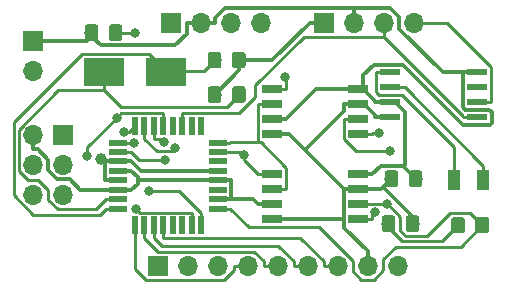
<source format=gtl>
G04 #@! TF.GenerationSoftware,KiCad,Pcbnew,(5.1.4)-1*
G04 #@! TF.CreationDate,2019-10-15T21:25:22-05:00*
G04 #@! TF.ProjectId,BACEE,42414345-452e-46b6-9963-61645f706362,1*
G04 #@! TF.SameCoordinates,Original*
G04 #@! TF.FileFunction,Copper,L1,Top*
G04 #@! TF.FilePolarity,Positive*
%FSLAX46Y46*%
G04 Gerber Fmt 4.6, Leading zero omitted, Abs format (unit mm)*
G04 Created by KiCad (PCBNEW (5.1.4)-1) date 2019-10-15 21:25:22*
%MOMM*%
%LPD*%
G04 APERTURE LIST*
%ADD10R,1.700000X1.700000*%
%ADD11O,1.700000X1.700000*%
%ADD12C,0.100000*%
%ADD13C,1.150000*%
%ADD14R,1.700000X0.650000*%
%ADD15R,1.750000X0.550000*%
%ADD16R,0.550000X1.500000*%
%ADD17R,1.500000X0.550000*%
%ADD18R,1.000000X1.800000*%
%ADD19R,3.500000X2.400000*%
%ADD20C,1.000000*%
%ADD21C,0.800000*%
%ADD22C,0.300000*%
%ADD23C,0.250000*%
G04 APERTURE END LIST*
D10*
X73533000Y-77724000D03*
D11*
X73533000Y-80264000D03*
D12*
G36*
X89249505Y-81597204D02*
G01*
X89273773Y-81600804D01*
X89297572Y-81606765D01*
X89320671Y-81615030D01*
X89342850Y-81625520D01*
X89363893Y-81638132D01*
X89383599Y-81652747D01*
X89401777Y-81669223D01*
X89418253Y-81687401D01*
X89432868Y-81707107D01*
X89445480Y-81728150D01*
X89455970Y-81750329D01*
X89464235Y-81773428D01*
X89470196Y-81797227D01*
X89473796Y-81821495D01*
X89475000Y-81845999D01*
X89475000Y-82746001D01*
X89473796Y-82770505D01*
X89470196Y-82794773D01*
X89464235Y-82818572D01*
X89455970Y-82841671D01*
X89445480Y-82863850D01*
X89432868Y-82884893D01*
X89418253Y-82904599D01*
X89401777Y-82922777D01*
X89383599Y-82939253D01*
X89363893Y-82953868D01*
X89342850Y-82966480D01*
X89320671Y-82976970D01*
X89297572Y-82985235D01*
X89273773Y-82991196D01*
X89249505Y-82994796D01*
X89225001Y-82996000D01*
X88574999Y-82996000D01*
X88550495Y-82994796D01*
X88526227Y-82991196D01*
X88502428Y-82985235D01*
X88479329Y-82976970D01*
X88457150Y-82966480D01*
X88436107Y-82953868D01*
X88416401Y-82939253D01*
X88398223Y-82922777D01*
X88381747Y-82904599D01*
X88367132Y-82884893D01*
X88354520Y-82863850D01*
X88344030Y-82841671D01*
X88335765Y-82818572D01*
X88329804Y-82794773D01*
X88326204Y-82770505D01*
X88325000Y-82746001D01*
X88325000Y-81845999D01*
X88326204Y-81821495D01*
X88329804Y-81797227D01*
X88335765Y-81773428D01*
X88344030Y-81750329D01*
X88354520Y-81728150D01*
X88367132Y-81707107D01*
X88381747Y-81687401D01*
X88398223Y-81669223D01*
X88416401Y-81652747D01*
X88436107Y-81638132D01*
X88457150Y-81625520D01*
X88479329Y-81615030D01*
X88502428Y-81606765D01*
X88526227Y-81600804D01*
X88550495Y-81597204D01*
X88574999Y-81596000D01*
X89225001Y-81596000D01*
X89249505Y-81597204D01*
X89249505Y-81597204D01*
G37*
D13*
X88900000Y-82296000D03*
D12*
G36*
X91299505Y-81597204D02*
G01*
X91323773Y-81600804D01*
X91347572Y-81606765D01*
X91370671Y-81615030D01*
X91392850Y-81625520D01*
X91413893Y-81638132D01*
X91433599Y-81652747D01*
X91451777Y-81669223D01*
X91468253Y-81687401D01*
X91482868Y-81707107D01*
X91495480Y-81728150D01*
X91505970Y-81750329D01*
X91514235Y-81773428D01*
X91520196Y-81797227D01*
X91523796Y-81821495D01*
X91525000Y-81845999D01*
X91525000Y-82746001D01*
X91523796Y-82770505D01*
X91520196Y-82794773D01*
X91514235Y-82818572D01*
X91505970Y-82841671D01*
X91495480Y-82863850D01*
X91482868Y-82884893D01*
X91468253Y-82904599D01*
X91451777Y-82922777D01*
X91433599Y-82939253D01*
X91413893Y-82953868D01*
X91392850Y-82966480D01*
X91370671Y-82976970D01*
X91347572Y-82985235D01*
X91323773Y-82991196D01*
X91299505Y-82994796D01*
X91275001Y-82996000D01*
X90624999Y-82996000D01*
X90600495Y-82994796D01*
X90576227Y-82991196D01*
X90552428Y-82985235D01*
X90529329Y-82976970D01*
X90507150Y-82966480D01*
X90486107Y-82953868D01*
X90466401Y-82939253D01*
X90448223Y-82922777D01*
X90431747Y-82904599D01*
X90417132Y-82884893D01*
X90404520Y-82863850D01*
X90394030Y-82841671D01*
X90385765Y-82818572D01*
X90379804Y-82794773D01*
X90376204Y-82770505D01*
X90375000Y-82746001D01*
X90375000Y-81845999D01*
X90376204Y-81821495D01*
X90379804Y-81797227D01*
X90385765Y-81773428D01*
X90394030Y-81750329D01*
X90404520Y-81728150D01*
X90417132Y-81707107D01*
X90431747Y-81687401D01*
X90448223Y-81669223D01*
X90466401Y-81652747D01*
X90486107Y-81638132D01*
X90507150Y-81625520D01*
X90529329Y-81615030D01*
X90552428Y-81606765D01*
X90576227Y-81600804D01*
X90600495Y-81597204D01*
X90624999Y-81596000D01*
X91275001Y-81596000D01*
X91299505Y-81597204D01*
X91299505Y-81597204D01*
G37*
D13*
X90950000Y-82296000D03*
D12*
G36*
X91299505Y-78676204D02*
G01*
X91323773Y-78679804D01*
X91347572Y-78685765D01*
X91370671Y-78694030D01*
X91392850Y-78704520D01*
X91413893Y-78717132D01*
X91433599Y-78731747D01*
X91451777Y-78748223D01*
X91468253Y-78766401D01*
X91482868Y-78786107D01*
X91495480Y-78807150D01*
X91505970Y-78829329D01*
X91514235Y-78852428D01*
X91520196Y-78876227D01*
X91523796Y-78900495D01*
X91525000Y-78924999D01*
X91525000Y-79825001D01*
X91523796Y-79849505D01*
X91520196Y-79873773D01*
X91514235Y-79897572D01*
X91505970Y-79920671D01*
X91495480Y-79942850D01*
X91482868Y-79963893D01*
X91468253Y-79983599D01*
X91451777Y-80001777D01*
X91433599Y-80018253D01*
X91413893Y-80032868D01*
X91392850Y-80045480D01*
X91370671Y-80055970D01*
X91347572Y-80064235D01*
X91323773Y-80070196D01*
X91299505Y-80073796D01*
X91275001Y-80075000D01*
X90624999Y-80075000D01*
X90600495Y-80073796D01*
X90576227Y-80070196D01*
X90552428Y-80064235D01*
X90529329Y-80055970D01*
X90507150Y-80045480D01*
X90486107Y-80032868D01*
X90466401Y-80018253D01*
X90448223Y-80001777D01*
X90431747Y-79983599D01*
X90417132Y-79963893D01*
X90404520Y-79942850D01*
X90394030Y-79920671D01*
X90385765Y-79897572D01*
X90379804Y-79873773D01*
X90376204Y-79849505D01*
X90375000Y-79825001D01*
X90375000Y-78924999D01*
X90376204Y-78900495D01*
X90379804Y-78876227D01*
X90385765Y-78852428D01*
X90394030Y-78829329D01*
X90404520Y-78807150D01*
X90417132Y-78786107D01*
X90431747Y-78766401D01*
X90448223Y-78748223D01*
X90466401Y-78731747D01*
X90486107Y-78717132D01*
X90507150Y-78704520D01*
X90529329Y-78694030D01*
X90552428Y-78685765D01*
X90576227Y-78679804D01*
X90600495Y-78676204D01*
X90624999Y-78675000D01*
X91275001Y-78675000D01*
X91299505Y-78676204D01*
X91299505Y-78676204D01*
G37*
D13*
X90950000Y-79375000D03*
D12*
G36*
X89249505Y-78676204D02*
G01*
X89273773Y-78679804D01*
X89297572Y-78685765D01*
X89320671Y-78694030D01*
X89342850Y-78704520D01*
X89363893Y-78717132D01*
X89383599Y-78731747D01*
X89401777Y-78748223D01*
X89418253Y-78766401D01*
X89432868Y-78786107D01*
X89445480Y-78807150D01*
X89455970Y-78829329D01*
X89464235Y-78852428D01*
X89470196Y-78876227D01*
X89473796Y-78900495D01*
X89475000Y-78924999D01*
X89475000Y-79825001D01*
X89473796Y-79849505D01*
X89470196Y-79873773D01*
X89464235Y-79897572D01*
X89455970Y-79920671D01*
X89445480Y-79942850D01*
X89432868Y-79963893D01*
X89418253Y-79983599D01*
X89401777Y-80001777D01*
X89383599Y-80018253D01*
X89363893Y-80032868D01*
X89342850Y-80045480D01*
X89320671Y-80055970D01*
X89297572Y-80064235D01*
X89273773Y-80070196D01*
X89249505Y-80073796D01*
X89225001Y-80075000D01*
X88574999Y-80075000D01*
X88550495Y-80073796D01*
X88526227Y-80070196D01*
X88502428Y-80064235D01*
X88479329Y-80055970D01*
X88457150Y-80045480D01*
X88436107Y-80032868D01*
X88416401Y-80018253D01*
X88398223Y-80001777D01*
X88381747Y-79983599D01*
X88367132Y-79963893D01*
X88354520Y-79942850D01*
X88344030Y-79920671D01*
X88335765Y-79897572D01*
X88329804Y-79873773D01*
X88326204Y-79849505D01*
X88325000Y-79825001D01*
X88325000Y-78924999D01*
X88326204Y-78900495D01*
X88329804Y-78876227D01*
X88335765Y-78852428D01*
X88344030Y-78829329D01*
X88354520Y-78807150D01*
X88367132Y-78786107D01*
X88381747Y-78766401D01*
X88398223Y-78748223D01*
X88416401Y-78731747D01*
X88436107Y-78717132D01*
X88457150Y-78704520D01*
X88479329Y-78694030D01*
X88502428Y-78685765D01*
X88526227Y-78679804D01*
X88550495Y-78676204D01*
X88574999Y-78675000D01*
X89225001Y-78675000D01*
X89249505Y-78676204D01*
X89249505Y-78676204D01*
G37*
D13*
X88900000Y-79375000D03*
D12*
G36*
X106267505Y-88709204D02*
G01*
X106291773Y-88712804D01*
X106315572Y-88718765D01*
X106338671Y-88727030D01*
X106360850Y-88737520D01*
X106381893Y-88750132D01*
X106401599Y-88764747D01*
X106419777Y-88781223D01*
X106436253Y-88799401D01*
X106450868Y-88819107D01*
X106463480Y-88840150D01*
X106473970Y-88862329D01*
X106482235Y-88885428D01*
X106488196Y-88909227D01*
X106491796Y-88933495D01*
X106493000Y-88957999D01*
X106493000Y-89858001D01*
X106491796Y-89882505D01*
X106488196Y-89906773D01*
X106482235Y-89930572D01*
X106473970Y-89953671D01*
X106463480Y-89975850D01*
X106450868Y-89996893D01*
X106436253Y-90016599D01*
X106419777Y-90034777D01*
X106401599Y-90051253D01*
X106381893Y-90065868D01*
X106360850Y-90078480D01*
X106338671Y-90088970D01*
X106315572Y-90097235D01*
X106291773Y-90103196D01*
X106267505Y-90106796D01*
X106243001Y-90108000D01*
X105592999Y-90108000D01*
X105568495Y-90106796D01*
X105544227Y-90103196D01*
X105520428Y-90097235D01*
X105497329Y-90088970D01*
X105475150Y-90078480D01*
X105454107Y-90065868D01*
X105434401Y-90051253D01*
X105416223Y-90034777D01*
X105399747Y-90016599D01*
X105385132Y-89996893D01*
X105372520Y-89975850D01*
X105362030Y-89953671D01*
X105353765Y-89930572D01*
X105347804Y-89906773D01*
X105344204Y-89882505D01*
X105343000Y-89858001D01*
X105343000Y-88957999D01*
X105344204Y-88933495D01*
X105347804Y-88909227D01*
X105353765Y-88885428D01*
X105362030Y-88862329D01*
X105372520Y-88840150D01*
X105385132Y-88819107D01*
X105399747Y-88799401D01*
X105416223Y-88781223D01*
X105434401Y-88764747D01*
X105454107Y-88750132D01*
X105475150Y-88737520D01*
X105497329Y-88727030D01*
X105520428Y-88718765D01*
X105544227Y-88712804D01*
X105568495Y-88709204D01*
X105592999Y-88708000D01*
X106243001Y-88708000D01*
X106267505Y-88709204D01*
X106267505Y-88709204D01*
G37*
D13*
X105918000Y-89408000D03*
D12*
G36*
X104217505Y-88709204D02*
G01*
X104241773Y-88712804D01*
X104265572Y-88718765D01*
X104288671Y-88727030D01*
X104310850Y-88737520D01*
X104331893Y-88750132D01*
X104351599Y-88764747D01*
X104369777Y-88781223D01*
X104386253Y-88799401D01*
X104400868Y-88819107D01*
X104413480Y-88840150D01*
X104423970Y-88862329D01*
X104432235Y-88885428D01*
X104438196Y-88909227D01*
X104441796Y-88933495D01*
X104443000Y-88957999D01*
X104443000Y-89858001D01*
X104441796Y-89882505D01*
X104438196Y-89906773D01*
X104432235Y-89930572D01*
X104423970Y-89953671D01*
X104413480Y-89975850D01*
X104400868Y-89996893D01*
X104386253Y-90016599D01*
X104369777Y-90034777D01*
X104351599Y-90051253D01*
X104331893Y-90065868D01*
X104310850Y-90078480D01*
X104288671Y-90088970D01*
X104265572Y-90097235D01*
X104241773Y-90103196D01*
X104217505Y-90106796D01*
X104193001Y-90108000D01*
X103542999Y-90108000D01*
X103518495Y-90106796D01*
X103494227Y-90103196D01*
X103470428Y-90097235D01*
X103447329Y-90088970D01*
X103425150Y-90078480D01*
X103404107Y-90065868D01*
X103384401Y-90051253D01*
X103366223Y-90034777D01*
X103349747Y-90016599D01*
X103335132Y-89996893D01*
X103322520Y-89975850D01*
X103312030Y-89953671D01*
X103303765Y-89930572D01*
X103297804Y-89906773D01*
X103294204Y-89882505D01*
X103293000Y-89858001D01*
X103293000Y-88957999D01*
X103294204Y-88933495D01*
X103297804Y-88909227D01*
X103303765Y-88885428D01*
X103312030Y-88862329D01*
X103322520Y-88840150D01*
X103335132Y-88819107D01*
X103349747Y-88799401D01*
X103366223Y-88781223D01*
X103384401Y-88764747D01*
X103404107Y-88750132D01*
X103425150Y-88737520D01*
X103447329Y-88727030D01*
X103470428Y-88718765D01*
X103494227Y-88712804D01*
X103518495Y-88709204D01*
X103542999Y-88708000D01*
X104193001Y-88708000D01*
X104217505Y-88709204D01*
X104217505Y-88709204D01*
G37*
D13*
X103868000Y-89408000D03*
D12*
G36*
X109857505Y-92646204D02*
G01*
X109881773Y-92649804D01*
X109905572Y-92655765D01*
X109928671Y-92664030D01*
X109950850Y-92674520D01*
X109971893Y-92687132D01*
X109991599Y-92701747D01*
X110009777Y-92718223D01*
X110026253Y-92736401D01*
X110040868Y-92756107D01*
X110053480Y-92777150D01*
X110063970Y-92799329D01*
X110072235Y-92822428D01*
X110078196Y-92846227D01*
X110081796Y-92870495D01*
X110083000Y-92894999D01*
X110083000Y-93795001D01*
X110081796Y-93819505D01*
X110078196Y-93843773D01*
X110072235Y-93867572D01*
X110063970Y-93890671D01*
X110053480Y-93912850D01*
X110040868Y-93933893D01*
X110026253Y-93953599D01*
X110009777Y-93971777D01*
X109991599Y-93988253D01*
X109971893Y-94002868D01*
X109950850Y-94015480D01*
X109928671Y-94025970D01*
X109905572Y-94034235D01*
X109881773Y-94040196D01*
X109857505Y-94043796D01*
X109833001Y-94045000D01*
X109182999Y-94045000D01*
X109158495Y-94043796D01*
X109134227Y-94040196D01*
X109110428Y-94034235D01*
X109087329Y-94025970D01*
X109065150Y-94015480D01*
X109044107Y-94002868D01*
X109024401Y-93988253D01*
X109006223Y-93971777D01*
X108989747Y-93953599D01*
X108975132Y-93933893D01*
X108962520Y-93912850D01*
X108952030Y-93890671D01*
X108943765Y-93867572D01*
X108937804Y-93843773D01*
X108934204Y-93819505D01*
X108933000Y-93795001D01*
X108933000Y-92894999D01*
X108934204Y-92870495D01*
X108937804Y-92846227D01*
X108943765Y-92822428D01*
X108952030Y-92799329D01*
X108962520Y-92777150D01*
X108975132Y-92756107D01*
X108989747Y-92736401D01*
X109006223Y-92718223D01*
X109024401Y-92701747D01*
X109044107Y-92687132D01*
X109065150Y-92674520D01*
X109087329Y-92664030D01*
X109110428Y-92655765D01*
X109134227Y-92649804D01*
X109158495Y-92646204D01*
X109182999Y-92645000D01*
X109833001Y-92645000D01*
X109857505Y-92646204D01*
X109857505Y-92646204D01*
G37*
D13*
X109508000Y-93345000D03*
D12*
G36*
X111907505Y-92646204D02*
G01*
X111931773Y-92649804D01*
X111955572Y-92655765D01*
X111978671Y-92664030D01*
X112000850Y-92674520D01*
X112021893Y-92687132D01*
X112041599Y-92701747D01*
X112059777Y-92718223D01*
X112076253Y-92736401D01*
X112090868Y-92756107D01*
X112103480Y-92777150D01*
X112113970Y-92799329D01*
X112122235Y-92822428D01*
X112128196Y-92846227D01*
X112131796Y-92870495D01*
X112133000Y-92894999D01*
X112133000Y-93795001D01*
X112131796Y-93819505D01*
X112128196Y-93843773D01*
X112122235Y-93867572D01*
X112113970Y-93890671D01*
X112103480Y-93912850D01*
X112090868Y-93933893D01*
X112076253Y-93953599D01*
X112059777Y-93971777D01*
X112041599Y-93988253D01*
X112021893Y-94002868D01*
X112000850Y-94015480D01*
X111978671Y-94025970D01*
X111955572Y-94034235D01*
X111931773Y-94040196D01*
X111907505Y-94043796D01*
X111883001Y-94045000D01*
X111232999Y-94045000D01*
X111208495Y-94043796D01*
X111184227Y-94040196D01*
X111160428Y-94034235D01*
X111137329Y-94025970D01*
X111115150Y-94015480D01*
X111094107Y-94002868D01*
X111074401Y-93988253D01*
X111056223Y-93971777D01*
X111039747Y-93953599D01*
X111025132Y-93933893D01*
X111012520Y-93912850D01*
X111002030Y-93890671D01*
X110993765Y-93867572D01*
X110987804Y-93843773D01*
X110984204Y-93819505D01*
X110983000Y-93795001D01*
X110983000Y-92894999D01*
X110984204Y-92870495D01*
X110987804Y-92846227D01*
X110993765Y-92822428D01*
X111002030Y-92799329D01*
X111012520Y-92777150D01*
X111025132Y-92756107D01*
X111039747Y-92736401D01*
X111056223Y-92718223D01*
X111074401Y-92701747D01*
X111094107Y-92687132D01*
X111115150Y-92674520D01*
X111137329Y-92664030D01*
X111160428Y-92655765D01*
X111184227Y-92649804D01*
X111208495Y-92646204D01*
X111232999Y-92645000D01*
X111883001Y-92645000D01*
X111907505Y-92646204D01*
X111907505Y-92646204D01*
G37*
D13*
X111558000Y-93345000D03*
D10*
X84074000Y-96774000D03*
D11*
X86614000Y-96774000D03*
X89154000Y-96774000D03*
X91694000Y-96774000D03*
X94234000Y-96774000D03*
X96774000Y-96774000D03*
X99314000Y-96774000D03*
X101854000Y-96774000D03*
X104394000Y-96774000D03*
D10*
X85217000Y-76200000D03*
D11*
X87757000Y-76200000D03*
X90297000Y-76200000D03*
X92837000Y-76200000D03*
D10*
X76073000Y-85725000D03*
D11*
X73533000Y-85725000D03*
X76073000Y-88265000D03*
X73533000Y-88265000D03*
X76073000Y-90805000D03*
X73533000Y-90805000D03*
X105791000Y-76200000D03*
X103251000Y-76200000D03*
X100711000Y-76200000D03*
D10*
X98171000Y-76200000D03*
D12*
G36*
X106013505Y-92519204D02*
G01*
X106037773Y-92522804D01*
X106061572Y-92528765D01*
X106084671Y-92537030D01*
X106106850Y-92547520D01*
X106127893Y-92560132D01*
X106147599Y-92574747D01*
X106165777Y-92591223D01*
X106182253Y-92609401D01*
X106196868Y-92629107D01*
X106209480Y-92650150D01*
X106219970Y-92672329D01*
X106228235Y-92695428D01*
X106234196Y-92719227D01*
X106237796Y-92743495D01*
X106239000Y-92767999D01*
X106239000Y-93668001D01*
X106237796Y-93692505D01*
X106234196Y-93716773D01*
X106228235Y-93740572D01*
X106219970Y-93763671D01*
X106209480Y-93785850D01*
X106196868Y-93806893D01*
X106182253Y-93826599D01*
X106165777Y-93844777D01*
X106147599Y-93861253D01*
X106127893Y-93875868D01*
X106106850Y-93888480D01*
X106084671Y-93898970D01*
X106061572Y-93907235D01*
X106037773Y-93913196D01*
X106013505Y-93916796D01*
X105989001Y-93918000D01*
X105338999Y-93918000D01*
X105314495Y-93916796D01*
X105290227Y-93913196D01*
X105266428Y-93907235D01*
X105243329Y-93898970D01*
X105221150Y-93888480D01*
X105200107Y-93875868D01*
X105180401Y-93861253D01*
X105162223Y-93844777D01*
X105145747Y-93826599D01*
X105131132Y-93806893D01*
X105118520Y-93785850D01*
X105108030Y-93763671D01*
X105099765Y-93740572D01*
X105093804Y-93716773D01*
X105090204Y-93692505D01*
X105089000Y-93668001D01*
X105089000Y-92767999D01*
X105090204Y-92743495D01*
X105093804Y-92719227D01*
X105099765Y-92695428D01*
X105108030Y-92672329D01*
X105118520Y-92650150D01*
X105131132Y-92629107D01*
X105145747Y-92609401D01*
X105162223Y-92591223D01*
X105180401Y-92574747D01*
X105200107Y-92560132D01*
X105221150Y-92547520D01*
X105243329Y-92537030D01*
X105266428Y-92528765D01*
X105290227Y-92522804D01*
X105314495Y-92519204D01*
X105338999Y-92518000D01*
X105989001Y-92518000D01*
X106013505Y-92519204D01*
X106013505Y-92519204D01*
G37*
D13*
X105664000Y-93218000D03*
D12*
G36*
X103963505Y-92519204D02*
G01*
X103987773Y-92522804D01*
X104011572Y-92528765D01*
X104034671Y-92537030D01*
X104056850Y-92547520D01*
X104077893Y-92560132D01*
X104097599Y-92574747D01*
X104115777Y-92591223D01*
X104132253Y-92609401D01*
X104146868Y-92629107D01*
X104159480Y-92650150D01*
X104169970Y-92672329D01*
X104178235Y-92695428D01*
X104184196Y-92719227D01*
X104187796Y-92743495D01*
X104189000Y-92767999D01*
X104189000Y-93668001D01*
X104187796Y-93692505D01*
X104184196Y-93716773D01*
X104178235Y-93740572D01*
X104169970Y-93763671D01*
X104159480Y-93785850D01*
X104146868Y-93806893D01*
X104132253Y-93826599D01*
X104115777Y-93844777D01*
X104097599Y-93861253D01*
X104077893Y-93875868D01*
X104056850Y-93888480D01*
X104034671Y-93898970D01*
X104011572Y-93907235D01*
X103987773Y-93913196D01*
X103963505Y-93916796D01*
X103939001Y-93918000D01*
X103288999Y-93918000D01*
X103264495Y-93916796D01*
X103240227Y-93913196D01*
X103216428Y-93907235D01*
X103193329Y-93898970D01*
X103171150Y-93888480D01*
X103150107Y-93875868D01*
X103130401Y-93861253D01*
X103112223Y-93844777D01*
X103095747Y-93826599D01*
X103081132Y-93806893D01*
X103068520Y-93785850D01*
X103058030Y-93763671D01*
X103049765Y-93740572D01*
X103043804Y-93716773D01*
X103040204Y-93692505D01*
X103039000Y-93668001D01*
X103039000Y-92767999D01*
X103040204Y-92743495D01*
X103043804Y-92719227D01*
X103049765Y-92695428D01*
X103058030Y-92672329D01*
X103068520Y-92650150D01*
X103081132Y-92629107D01*
X103095747Y-92609401D01*
X103112223Y-92591223D01*
X103130401Y-92574747D01*
X103150107Y-92560132D01*
X103171150Y-92547520D01*
X103193329Y-92537030D01*
X103216428Y-92528765D01*
X103240227Y-92522804D01*
X103264495Y-92519204D01*
X103288999Y-92518000D01*
X103939001Y-92518000D01*
X103963505Y-92519204D01*
X103963505Y-92519204D01*
G37*
D13*
X103614000Y-93218000D03*
D12*
G36*
X80876505Y-76351204D02*
G01*
X80900773Y-76354804D01*
X80924572Y-76360765D01*
X80947671Y-76369030D01*
X80969850Y-76379520D01*
X80990893Y-76392132D01*
X81010599Y-76406747D01*
X81028777Y-76423223D01*
X81045253Y-76441401D01*
X81059868Y-76461107D01*
X81072480Y-76482150D01*
X81082970Y-76504329D01*
X81091235Y-76527428D01*
X81097196Y-76551227D01*
X81100796Y-76575495D01*
X81102000Y-76599999D01*
X81102000Y-77500001D01*
X81100796Y-77524505D01*
X81097196Y-77548773D01*
X81091235Y-77572572D01*
X81082970Y-77595671D01*
X81072480Y-77617850D01*
X81059868Y-77638893D01*
X81045253Y-77658599D01*
X81028777Y-77676777D01*
X81010599Y-77693253D01*
X80990893Y-77707868D01*
X80969850Y-77720480D01*
X80947671Y-77730970D01*
X80924572Y-77739235D01*
X80900773Y-77745196D01*
X80876505Y-77748796D01*
X80852001Y-77750000D01*
X80201999Y-77750000D01*
X80177495Y-77748796D01*
X80153227Y-77745196D01*
X80129428Y-77739235D01*
X80106329Y-77730970D01*
X80084150Y-77720480D01*
X80063107Y-77707868D01*
X80043401Y-77693253D01*
X80025223Y-77676777D01*
X80008747Y-77658599D01*
X79994132Y-77638893D01*
X79981520Y-77617850D01*
X79971030Y-77595671D01*
X79962765Y-77572572D01*
X79956804Y-77548773D01*
X79953204Y-77524505D01*
X79952000Y-77500001D01*
X79952000Y-76599999D01*
X79953204Y-76575495D01*
X79956804Y-76551227D01*
X79962765Y-76527428D01*
X79971030Y-76504329D01*
X79981520Y-76482150D01*
X79994132Y-76461107D01*
X80008747Y-76441401D01*
X80025223Y-76423223D01*
X80043401Y-76406747D01*
X80063107Y-76392132D01*
X80084150Y-76379520D01*
X80106329Y-76369030D01*
X80129428Y-76360765D01*
X80153227Y-76354804D01*
X80177495Y-76351204D01*
X80201999Y-76350000D01*
X80852001Y-76350000D01*
X80876505Y-76351204D01*
X80876505Y-76351204D01*
G37*
D13*
X80527000Y-77050000D03*
D12*
G36*
X78826505Y-76351204D02*
G01*
X78850773Y-76354804D01*
X78874572Y-76360765D01*
X78897671Y-76369030D01*
X78919850Y-76379520D01*
X78940893Y-76392132D01*
X78960599Y-76406747D01*
X78978777Y-76423223D01*
X78995253Y-76441401D01*
X79009868Y-76461107D01*
X79022480Y-76482150D01*
X79032970Y-76504329D01*
X79041235Y-76527428D01*
X79047196Y-76551227D01*
X79050796Y-76575495D01*
X79052000Y-76599999D01*
X79052000Y-77500001D01*
X79050796Y-77524505D01*
X79047196Y-77548773D01*
X79041235Y-77572572D01*
X79032970Y-77595671D01*
X79022480Y-77617850D01*
X79009868Y-77638893D01*
X78995253Y-77658599D01*
X78978777Y-77676777D01*
X78960599Y-77693253D01*
X78940893Y-77707868D01*
X78919850Y-77720480D01*
X78897671Y-77730970D01*
X78874572Y-77739235D01*
X78850773Y-77745196D01*
X78826505Y-77748796D01*
X78802001Y-77750000D01*
X78151999Y-77750000D01*
X78127495Y-77748796D01*
X78103227Y-77745196D01*
X78079428Y-77739235D01*
X78056329Y-77730970D01*
X78034150Y-77720480D01*
X78013107Y-77707868D01*
X77993401Y-77693253D01*
X77975223Y-77676777D01*
X77958747Y-77658599D01*
X77944132Y-77638893D01*
X77931520Y-77617850D01*
X77921030Y-77595671D01*
X77912765Y-77572572D01*
X77906804Y-77548773D01*
X77903204Y-77524505D01*
X77902000Y-77500001D01*
X77902000Y-76599999D01*
X77903204Y-76575495D01*
X77906804Y-76551227D01*
X77912765Y-76527428D01*
X77921030Y-76504329D01*
X77931520Y-76482150D01*
X77944132Y-76461107D01*
X77958747Y-76441401D01*
X77975223Y-76423223D01*
X77993401Y-76406747D01*
X78013107Y-76392132D01*
X78034150Y-76379520D01*
X78056329Y-76369030D01*
X78079428Y-76360765D01*
X78103227Y-76354804D01*
X78127495Y-76351204D01*
X78151999Y-76350000D01*
X78802001Y-76350000D01*
X78826505Y-76351204D01*
X78826505Y-76351204D01*
G37*
D13*
X78477000Y-77050000D03*
D14*
X93759000Y-89027000D03*
X93759000Y-90297000D03*
X93759000Y-91567000D03*
X93759000Y-92837000D03*
X101059000Y-92837000D03*
X101059000Y-91567000D03*
X101059000Y-90297000D03*
X101059000Y-89027000D03*
X101059000Y-81788000D03*
X101059000Y-83058000D03*
X101059000Y-84328000D03*
X101059000Y-85598000D03*
X93759000Y-85598000D03*
X93759000Y-84328000D03*
X93759000Y-83058000D03*
X93759000Y-81788000D03*
D15*
X103742000Y-80391000D03*
X103742000Y-81661000D03*
X103742000Y-82931000D03*
X103742000Y-84201000D03*
X111142000Y-84201000D03*
X111142000Y-82931000D03*
X111142000Y-81661000D03*
X111142000Y-80391000D03*
D16*
X82163000Y-93354000D03*
D17*
X80763000Y-86354000D03*
X80763000Y-87154000D03*
X80763000Y-87954000D03*
X80763000Y-88754000D03*
X80763000Y-89554000D03*
X80763000Y-90354000D03*
X80763000Y-91154000D03*
X80763000Y-91954000D03*
D16*
X82963000Y-93354000D03*
X83763000Y-93354000D03*
X84563000Y-93354000D03*
X85363000Y-93354000D03*
X86163000Y-93354000D03*
X86963000Y-93354000D03*
X87763000Y-93354000D03*
D17*
X89163000Y-91954000D03*
X89163000Y-91154000D03*
X89163000Y-90354000D03*
X89163000Y-89554000D03*
X89163000Y-88754000D03*
X89163000Y-87954000D03*
X89163000Y-87154000D03*
X89163000Y-86354000D03*
D16*
X87763000Y-84954000D03*
X86963000Y-84954000D03*
X86163000Y-84954000D03*
X85363000Y-84954000D03*
X84563000Y-84954000D03*
X83763000Y-84954000D03*
X82963000Y-84954000D03*
X82163000Y-84954000D03*
D18*
X109133000Y-89535000D03*
X111633000Y-89535000D03*
D19*
X79569000Y-80391000D03*
X84769000Y-80391000D03*
D20*
X79287300Y-87719800D03*
D21*
X103745700Y-87035200D03*
X103466100Y-91535700D03*
X81212300Y-85450300D03*
X82115300Y-86354000D03*
X84666500Y-87829800D03*
X84616800Y-86317000D03*
X85527400Y-86847500D03*
X83374000Y-90427100D03*
X82222000Y-91945600D03*
X78107900Y-87524000D03*
X82148800Y-77050000D03*
X80605000Y-84260200D03*
X102513100Y-92272700D03*
X102813500Y-85506300D03*
X94900100Y-80824800D03*
X91411000Y-87440300D03*
D22*
X101471700Y-81788000D02*
X101059000Y-81788000D01*
X102516700Y-82931000D02*
X102516700Y-82833000D01*
X102516700Y-82833000D02*
X101471700Y-81788000D01*
X109916500Y-80391000D02*
X109916500Y-83350900D01*
X109916500Y-83350900D02*
X110122000Y-83556400D01*
X110122000Y-83556400D02*
X112168600Y-83556400D01*
X112168600Y-83556400D02*
X112367400Y-83755200D01*
X112367400Y-83755200D02*
X112367400Y-84692500D01*
X112367400Y-84692500D02*
X112182900Y-84877000D01*
X112182900Y-84877000D02*
X109932900Y-84877000D01*
X109932900Y-84877000D02*
X104810000Y-79754100D01*
X104810000Y-79754100D02*
X102383400Y-79754100D01*
X102383400Y-79754100D02*
X101471700Y-80665800D01*
X101471700Y-80665800D02*
X101471700Y-81788000D01*
X109916500Y-80391000D02*
X108209100Y-80391000D01*
X108209100Y-80391000D02*
X104521000Y-76702900D01*
X104521000Y-76702900D02*
X104521000Y-75762900D01*
X104521000Y-75762900D02*
X103757800Y-74999700D01*
X103757800Y-74999700D02*
X100711000Y-74999700D01*
X110041800Y-80391000D02*
X109916500Y-80391000D01*
X111142000Y-80391000D02*
X110041800Y-80391000D01*
X100711000Y-75601800D02*
X100711000Y-76200000D01*
X100711000Y-75601800D02*
X100711000Y-74999700D01*
X103742000Y-82931000D02*
X102516700Y-82931000D01*
X104915300Y-88314200D02*
X105006300Y-88223200D01*
X105006300Y-88223200D02*
X105006300Y-83767400D01*
X105006300Y-83767400D02*
X104169900Y-82931000D01*
X104169900Y-82931000D02*
X103742000Y-82931000D01*
X94959300Y-84328000D02*
X97499300Y-81788000D01*
X97499300Y-81788000D02*
X99858700Y-81788000D01*
X101059000Y-81788000D02*
X99858700Y-81788000D01*
X73533000Y-85725000D02*
X73533000Y-86925300D01*
X80763000Y-90354000D02*
X77539600Y-90354000D01*
X77539600Y-90354000D02*
X76651000Y-89465400D01*
X76651000Y-89465400D02*
X75559900Y-89465400D01*
X75559900Y-89465400D02*
X74803000Y-88708500D01*
X74803000Y-88708500D02*
X74803000Y-87822300D01*
X74803000Y-87822300D02*
X73906000Y-86925300D01*
X73906000Y-86925300D02*
X73533000Y-86925300D01*
X81313200Y-90354000D02*
X80763000Y-90354000D01*
X81313200Y-90354000D02*
X81863300Y-90354000D01*
X82388400Y-89554000D02*
X82388400Y-89828900D01*
X82388400Y-89828900D02*
X81863300Y-90354000D01*
X81863300Y-88754000D02*
X82388400Y-89279100D01*
X82388400Y-89279100D02*
X82388400Y-89554000D01*
X82388400Y-89554000D02*
X88062700Y-89554000D01*
X80763000Y-88754000D02*
X81863300Y-88754000D01*
X88957300Y-76200000D02*
X88957300Y-75826900D01*
X88957300Y-75826900D02*
X89784500Y-74999700D01*
X89784500Y-74999700D02*
X100711000Y-74999700D01*
X87757000Y-76200000D02*
X88957300Y-76200000D01*
X87757000Y-76200000D02*
X86556700Y-76200000D01*
X78477000Y-77326600D02*
X79264800Y-78114400D01*
X79264800Y-78114400D02*
X85579000Y-78114400D01*
X85579000Y-78114400D02*
X86556700Y-77136700D01*
X86556700Y-77136700D02*
X86556700Y-76200000D01*
X78477000Y-77326600D02*
X78079600Y-77724000D01*
X78079600Y-77724000D02*
X74733300Y-77724000D01*
X78477000Y-77050000D02*
X78477000Y-77326600D01*
X101059000Y-89027000D02*
X102259300Y-89027000D01*
X89163000Y-89554000D02*
X88062700Y-89554000D01*
X104915300Y-88314200D02*
X104915300Y-88405300D01*
X104915300Y-88405300D02*
X105918000Y-89408000D01*
X104915300Y-88314200D02*
X102972100Y-88314200D01*
X102972100Y-88314200D02*
X102259300Y-89027000D01*
X93759000Y-91567000D02*
X92558700Y-91567000D01*
X90263300Y-91154000D02*
X92145700Y-91154000D01*
X92145700Y-91154000D02*
X92558700Y-91567000D01*
X90138200Y-91154000D02*
X90263300Y-91154000D01*
X89163000Y-91154000D02*
X90138200Y-91154000D01*
X89163000Y-89554000D02*
X90263300Y-89554000D01*
X90263300Y-89554000D02*
X90263300Y-91154000D01*
X73533000Y-77724000D02*
X74733300Y-77724000D01*
X93759000Y-84328000D02*
X94959300Y-84328000D01*
X99858700Y-92837000D02*
X99858700Y-90297000D01*
X101854000Y-95573700D02*
X99858700Y-93578400D01*
X99858700Y-93578400D02*
X99858700Y-92837000D01*
X99858700Y-92837000D02*
X94959300Y-92837000D01*
X93759000Y-92837000D02*
X94959300Y-92837000D01*
X101854000Y-96774000D02*
X101854000Y-95573700D01*
X101059000Y-83058000D02*
X99858700Y-83058000D01*
X96547400Y-86985600D02*
X99858700Y-90297000D01*
X94959300Y-85598000D02*
X95159700Y-85598000D01*
X95159700Y-85598000D02*
X96547400Y-86985600D01*
X99858700Y-83058000D02*
X99858700Y-83674300D01*
X99858700Y-83674300D02*
X96547400Y-86985600D01*
X101059000Y-90297000D02*
X99858700Y-90297000D01*
X102516700Y-84201000D02*
X102516700Y-84044600D01*
X102516700Y-84044600D02*
X101530100Y-83058000D01*
X101530100Y-83058000D02*
X101059000Y-83058000D01*
X93759000Y-85598000D02*
X94959300Y-85598000D01*
X81863300Y-87954000D02*
X82663300Y-88754000D01*
X82663300Y-88754000D02*
X89163000Y-88754000D01*
X80763000Y-87954000D02*
X81863300Y-87954000D01*
X79662700Y-87954000D02*
X80763000Y-87954000D01*
X79662700Y-87954000D02*
X79521500Y-87954000D01*
X79521500Y-87954000D02*
X79287300Y-87719800D01*
X79662700Y-87954000D02*
X79662700Y-89554000D01*
X80763000Y-89554000D02*
X79662700Y-89554000D01*
X103133800Y-90142200D02*
X103868000Y-89408000D01*
X101059000Y-90297000D02*
X102979000Y-90297000D01*
X102979000Y-90297000D02*
X103133800Y-90142200D01*
X105664000Y-93218000D02*
X105664000Y-92672500D01*
X105664000Y-92672500D02*
X103133800Y-90142200D01*
X103742000Y-84201000D02*
X102516700Y-84201000D01*
X90950000Y-79375000D02*
X93795700Y-79375000D01*
X93795700Y-79375000D02*
X96970700Y-76200000D01*
X98171000Y-76200000D02*
X96970700Y-76200000D01*
X90950000Y-79375000D02*
X90950000Y-80246000D01*
X90950000Y-80246000D02*
X88900000Y-82296000D01*
D23*
X79569000Y-81916300D02*
X75679400Y-81916300D01*
X75679400Y-81916300D02*
X72329000Y-85266700D01*
X72329000Y-85266700D02*
X72329000Y-88746800D01*
X72329000Y-88746800D02*
X73117200Y-89535000D01*
X73117200Y-89535000D02*
X73925300Y-89535000D01*
X73925300Y-89535000D02*
X74803000Y-90412700D01*
X74803000Y-90412700D02*
X74803000Y-91215600D01*
X74803000Y-91215600D02*
X75605700Y-92018300D01*
X75605700Y-92018300D02*
X78823400Y-92018300D01*
X78823400Y-92018300D02*
X79687700Y-91154000D01*
X79569000Y-81916300D02*
X80975900Y-83323200D01*
X80975900Y-83323200D02*
X89922800Y-83323200D01*
X89922800Y-83323200D02*
X90950000Y-82296000D01*
X80763000Y-91154000D02*
X79687700Y-91154000D01*
X79569000Y-80391000D02*
X79569000Y-81916300D01*
X84769000Y-80265400D02*
X83369200Y-78865600D01*
X83369200Y-78865600D02*
X77643600Y-78865600D01*
X77643600Y-78865600D02*
X71875300Y-84633900D01*
X71875300Y-84633900D02*
X71875300Y-90821000D01*
X71875300Y-90821000D02*
X73538600Y-92484300D01*
X73538600Y-92484300D02*
X79157400Y-92484300D01*
X79157400Y-92484300D02*
X79687700Y-91954000D01*
X88900000Y-79375000D02*
X88009600Y-80265400D01*
X88009600Y-80265400D02*
X84769000Y-80265400D01*
X80763000Y-91954000D02*
X79687700Y-91954000D01*
X84769000Y-80391000D02*
X84769000Y-80265400D01*
X103614000Y-93218000D02*
X103614000Y-93536400D01*
X103614000Y-93536400D02*
X104796900Y-94719300D01*
X104796900Y-94719300D02*
X108133700Y-94719300D01*
X108133700Y-94719300D02*
X109508000Y-93345000D01*
X89163000Y-91954000D02*
X90238300Y-91954000D01*
X90238300Y-91954000D02*
X91782000Y-93497700D01*
X91782000Y-93497700D02*
X97701900Y-93497700D01*
X97701900Y-93497700D02*
X100584000Y-96379800D01*
X100584000Y-96379800D02*
X100584000Y-97243600D01*
X100584000Y-97243600D02*
X101302700Y-97962300D01*
X101302700Y-97962300D02*
X102360200Y-97962300D01*
X102360200Y-97962300D02*
X103163200Y-97159300D01*
X103163200Y-97159300D02*
X103163200Y-96243400D01*
X103163200Y-96243400D02*
X104236900Y-95169700D01*
X104236900Y-95169700D02*
X109733300Y-95169700D01*
X109733300Y-95169700D02*
X111558000Y-93345000D01*
X111142000Y-82931000D02*
X112342300Y-82931000D01*
X105791000Y-76200000D02*
X108562000Y-76200000D01*
X108562000Y-76200000D02*
X112342300Y-79980300D01*
X112342300Y-79980300D02*
X112342300Y-82931000D01*
X101059000Y-84328000D02*
X99883700Y-84328000D01*
X103745700Y-87035200D02*
X100843800Y-87035200D01*
X100843800Y-87035200D02*
X99883700Y-86075100D01*
X99883700Y-86075100D02*
X99883700Y-84328000D01*
X111558000Y-93345000D02*
X110500200Y-92287200D01*
X110500200Y-92287200D02*
X108837100Y-92287200D01*
X108837100Y-92287200D02*
X106855300Y-94269000D01*
X106855300Y-94269000D02*
X105063000Y-94269000D01*
X105063000Y-94269000D02*
X104639000Y-93845000D01*
X104639000Y-93845000D02*
X104639000Y-92620900D01*
X104639000Y-92620900D02*
X103553800Y-91535700D01*
X103553800Y-91535700D02*
X103466100Y-91535700D01*
X103466100Y-91535700D02*
X101090300Y-91535700D01*
X101090300Y-91535700D02*
X101059000Y-91567000D01*
X82163000Y-84954000D02*
X81666700Y-85450300D01*
X81666700Y-85450300D02*
X81212300Y-85450300D01*
X81838300Y-86354000D02*
X82115300Y-86354000D01*
X80763000Y-86354000D02*
X81838300Y-86354000D01*
X80763000Y-87154000D02*
X81838300Y-87154000D01*
X81838300Y-87154000D02*
X82514100Y-87829800D01*
X82514100Y-87829800D02*
X84666500Y-87829800D01*
X91694000Y-96774000D02*
X90518700Y-96774000D01*
X82163000Y-93354000D02*
X82163000Y-97062800D01*
X82163000Y-97062800D02*
X83049500Y-97949300D01*
X83049500Y-97949300D02*
X89710800Y-97949300D01*
X89710800Y-97949300D02*
X90518700Y-97141400D01*
X90518700Y-97141400D02*
X90518700Y-96774000D01*
X94234000Y-96774000D02*
X93058700Y-96774000D01*
X82963000Y-93354000D02*
X82963000Y-94429300D01*
X82963000Y-94429300D02*
X84132400Y-95598700D01*
X84132400Y-95598700D02*
X92250800Y-95598700D01*
X92250800Y-95598700D02*
X93058700Y-96406600D01*
X93058700Y-96406600D02*
X93058700Y-96774000D01*
X96774000Y-96774000D02*
X95598700Y-96774000D01*
X83763000Y-93354000D02*
X83763000Y-94429300D01*
X83763000Y-94429300D02*
X84413500Y-95079800D01*
X84413500Y-95079800D02*
X94271800Y-95079800D01*
X94271800Y-95079800D02*
X95598700Y-96406700D01*
X95598700Y-96406700D02*
X95598700Y-96774000D01*
X84563000Y-94429300D02*
X96161300Y-94429300D01*
X96161300Y-94429300D02*
X98138700Y-96406700D01*
X98138700Y-96406700D02*
X98138700Y-96774000D01*
X99314000Y-96774000D02*
X98138700Y-96774000D01*
X84563000Y-93354000D02*
X84563000Y-94429300D01*
X83763000Y-86029300D02*
X84329100Y-86029300D01*
X84329100Y-86029300D02*
X84616800Y-86317000D01*
X83763000Y-84954000D02*
X83763000Y-86029300D01*
X82963000Y-84954000D02*
X82963000Y-86029300D01*
X82963000Y-86029300D02*
X84025600Y-87091900D01*
X84025600Y-87091900D02*
X85283000Y-87091900D01*
X85283000Y-87091900D02*
X85527400Y-86847500D01*
X87763000Y-93354000D02*
X87763000Y-92278700D01*
X87763000Y-92278700D02*
X85911400Y-90427100D01*
X85911400Y-90427100D02*
X83374000Y-90427100D01*
X86963000Y-92278700D02*
X82555100Y-92278700D01*
X82555100Y-92278700D02*
X82222000Y-91945600D01*
X86963000Y-93354000D02*
X86963000Y-92278700D01*
X80605000Y-84260200D02*
X78107900Y-86757300D01*
X78107900Y-86757300D02*
X78107900Y-87524000D01*
X84563000Y-83878700D02*
X80986500Y-83878700D01*
X80986500Y-83878700D02*
X80605000Y-84260200D01*
X82148800Y-77050000D02*
X80527000Y-77050000D01*
X84563000Y-84954000D02*
X84563000Y-83878700D01*
X86163000Y-84954000D02*
X86163000Y-83878700D01*
X86163000Y-83878700D02*
X90965800Y-83878700D01*
X90965800Y-83878700D02*
X92350900Y-82493600D01*
X92350900Y-82493600D02*
X92350900Y-81492100D01*
X92350900Y-81492100D02*
X96467700Y-77375300D01*
X96467700Y-77375300D02*
X103251000Y-77375300D01*
X111142000Y-84201000D02*
X109941700Y-84201000D01*
X103251000Y-77375300D02*
X109941700Y-84066000D01*
X109941700Y-84066000D02*
X109941700Y-84201000D01*
X103251000Y-76200000D02*
X103251000Y-77375300D01*
X102234300Y-92837000D02*
X102234300Y-92551500D01*
X102234300Y-92551500D02*
X102513100Y-92272700D01*
X101059000Y-92837000D02*
X102234300Y-92837000D01*
X101059000Y-85598000D02*
X102234300Y-85598000D01*
X102813500Y-85506300D02*
X102326000Y-85506300D01*
X102326000Y-85506300D02*
X102234300Y-85598000D01*
X91411000Y-87440300D02*
X91124700Y-87154000D01*
X91124700Y-87154000D02*
X89163000Y-87154000D01*
X92583700Y-89027000D02*
X91411000Y-87854300D01*
X91411000Y-87854300D02*
X91411000Y-87440300D01*
X94934300Y-81788000D02*
X94934300Y-80859000D01*
X94934300Y-80859000D02*
X94900100Y-80824800D01*
X93759000Y-81788000D02*
X94934300Y-81788000D01*
X93759000Y-89027000D02*
X92583700Y-89027000D01*
X92583700Y-86349400D02*
X92788100Y-86349400D01*
X92788100Y-86349400D02*
X94934300Y-88495600D01*
X94934300Y-88495600D02*
X94934300Y-90297000D01*
X90233700Y-86354000D02*
X90238300Y-86349400D01*
X90238300Y-86349400D02*
X92583700Y-86349400D01*
X92583700Y-86349400D02*
X92583700Y-83058000D01*
X93759000Y-90297000D02*
X94934300Y-90297000D01*
X89163000Y-86354000D02*
X90233700Y-86354000D01*
X93759000Y-83058000D02*
X92583700Y-83058000D01*
X103742000Y-80391000D02*
X102541700Y-80391000D01*
X109133000Y-89535000D02*
X109133000Y-86711900D01*
X109133000Y-86711900D02*
X104751700Y-82330600D01*
X104751700Y-82330600D02*
X102789400Y-82330600D01*
X102789400Y-82330600D02*
X102541700Y-82082900D01*
X102541700Y-82082900D02*
X102541700Y-80391000D01*
X111633000Y-89535000D02*
X111633000Y-88309700D01*
X111633000Y-88309700D02*
X104984300Y-81661000D01*
X104984300Y-81661000D02*
X103742000Y-81661000D01*
M02*

</source>
